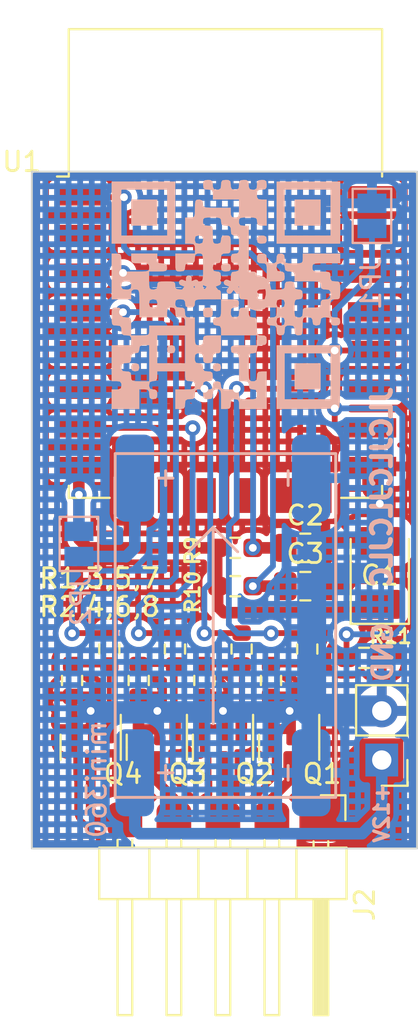
<source format=kicad_pcb>
(kicad_pcb (version 20211014) (generator pcbnew)
  (layers (0 "F.Cu" signal) (31 "B.Cu" signal) (34 "B.Paste" user) (35 "F.Paste" user) (36 "B.SilkS" user "B.Silkscreen") (37 "F.SilkS" user "F.Silkscreen") (38 "B.Mask" user) (39 "F.Mask" user) (44 "Edge.Cuts" user))
  (net 0 "")
  (net 1 "+3V3")
  (net 2 "GND")
  (net 3 "EN")
  (net 4 "RST")
  (net 5 "+12V")
  (net 6 "R_Out")
  (net 7 "G_Out")
  (net 8 "B_Out")
  (net 9 "W_Out")
  (net 10 "Net-(JP1-Pad1)")
  (net 11 "Net-(JP2-Pad2)")
  (net 12 "Net-(Q1-Pad1)")
  (net 13 "Net-(Q2-Pad1)")
  (net 14 "Net-(Q3-Pad1)")
  (net 15 "Net-(A1-Pad3)")
  (net 16 "R_In")
  (net 17 "G_In")
  (net 18 "B_In")
  (net 19 "W_In")
  (net 20 "Net-(R11-Pad1)")
  (net 33 "Net-(Q4-Pad1)")
  (footprint "Resistor_SMD:R_0603_1608Metric" (layer "F.Cu") (at 130.5052 83.82 90)
    (fp_text reference "R7" hide)
    (fp_text value "330")
    (pad "1" smd roundrect locked (at -0.825 0 90) (size 0.8 0.95) (layers "F.Cu" "F.Paste" "F.Mask") (net 33 "Net-(Q4-Pad1)"))
    (pad "2" smd roundrect locked (at 0.825 0 90) (size 0.8 0.95) (layers "F.Cu" "F.Paste" "F.Mask") (net 19 "W_In"))
  )
  (footprint "Resistor_SMD:R_0603_1608Metric_Pad0.98x0.95mm_HandSolder" (layer "F.Cu") (at 143.7132 84.2772)
    (fp_text reference "R11" hide)
    (fp_text value "10k")
    (pad "1" smd roundrect locked (at -0.9125 0) (size 0.975 0.95) (layers "F.Cu" "F.Paste" "F.Mask") (net 20 "Net-(R11-Pad1)"))
    (pad "2" smd roundrect locked (at 0.9125 0) (size 0.975 0.95) (layers "F.Cu" "F.Paste" "F.Mask") (net 2 "GND"))
  )
  (footprint "Capacitor_SMD:C_0805_2012Metric_Pad1.18x1.45mm_HandSolder" (layer "F.Cu") (at 140.6652 78.5876)
    (fp_text reference "C2" (at 0 -1.68) (layer "F.SilkS"))
    (fp_text value "100n")
    (pad "1" smd roundrect locked (at -1.0375 0) (size 1.175 1.45) (layers "F.Cu" "F.Paste" "F.Mask") (roundrect_rratio 0.212766) (net 3 "EN"))
    (pad "2" smd roundrect locked (at 1.0375 0) (size 1.175 1.45) (layers "F.Cu" "F.Paste" "F.Mask") (roundrect_rratio 0.212766) (net 2 "GND"))
  )
  (footprint "Package_TO_SOT_SMD:SOT-23" (layer "F.Cu") (at 139.827 88.9 -90)
    (fp_text reference "Q1" (at 1.3716 -1.7018) (layer "F.SilkS"))
    (fp_text value "AO3400A")
    (pad "1" smd roundrect locked (at -0.9375 -0.95 270) (size 1.475 0.6) (layers "F.Cu" "F.Paste" "F.Mask") (net 12 "Net-(Q1-Pad1)"))
    (pad "2" smd roundrect locked (at -0.9375 0.95 270) (size 1.475 0.6) (layers "F.Cu" "F.Paste" "F.Mask") (net 2 "GND"))
    (pad "3" smd roundrect locked (at 0.9375 0 270) (size 1.475 0.6) (layers "F.Cu" "F.Paste" "F.Mask") (net 6 "R_Out"))
  )
  (footprint "Package_TO_SOT_SMD:SOT-23" (layer "F.Cu") (at 136.398 88.9 -90)
    (fp_text reference "Q2" (at 1.3716 -1.6256) (layer "F.SilkS"))
    (fp_text value "AO3400A")
    (pad "1" smd roundrect locked (at -0.9375 -0.95 270) (size 1.475 0.6) (layers "F.Cu" "F.Paste" "F.Mask") (net 13 "Net-(Q2-Pad1)"))
    (pad "2" smd roundrect locked (at -0.9375 0.95 270) (size 1.475 0.6) (layers "F.Cu" "F.Paste" "F.Mask") (net 2 "GND"))
    (pad "3" smd roundrect locked (at 0.9375 0 270) (size 1.475 0.6) (layers "F.Cu" "F.Paste" "F.Mask") (net 7 "G_Out"))
  )
  (footprint "Connector_PinHeader_2.54mm:PinHeader_1x05_P2.54mm_Horizontal" (layer "F.Cu") (at 141.473 92.653 -90)
    (fp_text reference "J2" (at 4.385 -2.27 90) (layer "F.SilkS"))
    (fp_text value "RGBW")
    (pad "1" smd roundrect locked (at 0 0 270) (size 1.8 1.8) (layers "F.Cu" "F.Paste" "F.Mask") (net 5 "+12V"))
    (pad "2" smd roundrect locked (at 0 2.54 270) (size 1.8 1.8) (layers "F.Cu" "F.Paste" "F.Mask") (net 6 "R_Out"))
    (pad "3" smd roundrect locked (at 0 5.08 270) (size 1.8 1.8) (layers "F.Cu" "F.Paste" "F.Mask") (net 7 "G_Out"))
    (pad "4" smd roundrect locked (at 0 7.62 270) (size 1.8 1.8) (layers "F.Cu" "F.Paste" "F.Mask") (net 8 "B_Out"))
    (pad "5" smd roundrect locked (at 0 10.16 270) (size 1.8 1.8) (layers "F.Cu" "F.Paste" "F.Mask") (net 9 "W_Out"))
  )
  (footprint "Resistor_SMD:R_0603_1608Metric" (layer "F.Cu") (at 135.4328 85.4456 -90)
    (fp_text reference "R4" hide)
    (fp_text value "10k")
    (pad "1" smd roundrect locked (at -0.825 0 270) (size 0.8 0.95) (layers "F.Cu" "F.Paste" "F.Mask") (net 13 "Net-(Q2-Pad1)"))
    (pad "2" smd roundrect locked (at 0.825 0 270) (size 0.8 0.95) (layers "F.Cu" "F.Paste" "F.Mask") (net 2 "GND"))
  )
  (footprint "Resistor_SMD:R_0603_1608Metric_Pad0.98x0.95mm_HandSolder" (layer "F.Cu") (at 137.033 78.5876)
    (fp_text reference "R9" hide)
    (fp_text value "100k")
    (pad "1" smd roundrect locked (at -0.9125 0) (size 0.975 0.95) (layers "F.Cu" "F.Paste" "F.Mask") (net 1 "+3V3"))
    (pad "2" smd roundrect locked (at 0.9125 0) (size 0.975 0.95) (layers "F.Cu" "F.Paste" "F.Mask") (net 3 "EN"))
  )
  (footprint "Resistor_SMD:R_0603_1608Metric" (layer "F.Cu") (at 140.7668 83.82 90)
    (fp_text reference "R1" hide)
    (fp_text value "330")
    (pad "1" smd roundrect locked (at -0.825 0 90) (size 0.8 0.95) (layers "F.Cu" "F.Paste" "F.Mask") (net 12 "Net-(Q1-Pad1)"))
    (pad "2" smd roundrect locked (at 0.825 0 90) (size 0.8 0.95) (layers "F.Cu" "F.Paste" "F.Mask") (net 16 "R_In"))
  )
  (footprint "Capacitor_SMD:C_0805_2012Metric_Pad1.18x1.45mm_HandSolder" (layer "F.Cu") (at 140.6652 80.5688)
    (fp_text reference "C3" (at 0 -1.68) (layer "F.SilkS"))
    (fp_text value "100n")
    (pad "1" smd roundrect locked (at -1.0375 0) (size 1.175 1.45) (layers "F.Cu" "F.Paste" "F.Mask") (roundrect_rratio 0.212766) (net 4 "RST"))
    (pad "2" smd roundrect locked (at 1.0375 0) (size 1.175 1.45) (layers "F.Cu" "F.Paste" "F.Mask") (roundrect_rratio 0.212766) (net 2 "GND"))
  )
  (footprint "Resistor_SMD:R_0603_1608Metric" (layer "F.Cu") (at 128.5748 85.4456 -90)
    (fp_text reference "R8" hide)
    (fp_text value "10k")
    (pad "1" smd roundrect locked (at -0.825 0 270) (size 0.8 0.95) (layers "F.Cu" "F.Paste" "F.Mask") (net 33 "Net-(Q4-Pad1)"))
    (pad "2" smd roundrect locked (at 0.825 0 270) (size 0.8 0.95) (layers "F.Cu" "F.Paste" "F.Mask") (net 2 "GND"))
  )
  (footprint "Resistor_SMD:R_0603_1608Metric" (layer "F.Cu") (at 137.3632 83.82 90)
    (fp_text reference "R3" hide)
    (fp_text value "330")
    (pad "1" smd roundrect locked (at -0.825 0 90) (size 0.8 0.95) (layers "F.Cu" "F.Paste" "F.Mask") (net 13 "Net-(Q2-Pad1)"))
    (pad "2" smd roundrect locked (at 0.825 0 90) (size 0.8 0.95) (layers "F.Cu" "F.Paste" "F.Mask") (net 17 "G_In"))
  )
  (footprint "RF_Module:ESP-12E" (layer "F.Cu") (at 136.525 63.881)
    (fp_text reference "U1" (at -10.56 -5.26) (layer "F.SilkS"))
    (fp_text value "ESP-12F")
    (pad "1" smd rect locked (at -7.6 -3.5) (size 2.5 1) (layers "F.Cu" "F.Paste" "F.Mask") (net 4 "RST"))
    (pad "2" smd rect locked (at -7.6 -1.5) (size 2.5 1) (layers "F.Cu" "F.Paste" "F.Mask"))
    (pad "3" smd rect locked (at -7.6 0.5) (size 2.5 1) (layers "F.Cu" "F.Paste" "F.Mask") (net 3 "EN"))
    (pad "4" smd rect locked (at -7.6 2.5) (size 2.5 1) (layers "F.Cu" "F.Paste" "F.Mask") (net 19 "W_In"))
    (pad "5" smd rect locked (at -7.6 4.5) (size 2.5 1) (layers "F.Cu" "F.Paste" "F.Mask"))
    (pad "6" smd rect locked (at -7.6 6.5) (size 2.5 1) (layers "F.Cu" "F.Paste" "F.Mask") (net 17 "G_In"))
    (pad "7" smd rect locked (at -7.6 8.5) (size 2.5 1) (layers "F.Cu" "F.Paste" "F.Mask") (net 18 "B_In"))
    (pad "8" smd rect locked (at -7.6 10.5) (size 2.5 1) (layers "F.Cu" "F.Paste" "F.Mask") (net 1 "+3V3"))
    (pad "9" smd rect locked (at -5 12) (size 1 1.8) (layers "F.Cu" "F.Paste" "F.Mask"))
    (pad "10" smd rect locked (at -3 12) (size 1 1.8) (layers "F.Cu" "F.Paste" "F.Mask"))
    (pad "11" smd rect locked (at -1 12) (size 1 1.8) (layers "F.Cu" "F.Paste" "F.Mask"))
    (pad "12" smd rect locked (at 1 12) (size 1 1.8) (layers "F.Cu" "F.Paste" "F.Mask"))
    (pad "13" smd rect locked (at 3 12) (size 1 1.8) (layers "F.Cu" "F.Paste" "F.Mask"))
    (pad "14" smd rect locked (at 5 12) (size 1 1.8) (layers "F.Cu" "F.Paste" "F.Mask"))
    (pad "15" smd rect locked (at 7.6 10.5) (size 2.5 1) (layers "F.Cu" "F.Paste" "F.Mask") (net 2 "GND"))
    (pad "16" smd rect locked (at 7.6 8.5) (size 2.5 1) (layers "F.Cu" "F.Paste" "F.Mask") (net 20 "Net-(R11-Pad1)"))
    (pad "17" smd rect locked (at 7.6 6.5) (size 2.5 1) (layers "F.Cu" "F.Paste" "F.Mask"))
    (pad "18" smd rect locked (at 7.6 4.5) (size 2.5 1) (layers "F.Cu" "F.Paste" "F.Mask") (net 10 "Net-(JP1-Pad1)"))
    (pad "19" smd rect locked (at 7.6 2.5) (size 2.5 1) (layers "F.Cu" "F.Paste" "F.Mask"))
    (pad "20" smd rect locked (at 7.6 0.5) (size 2.5 1) (layers "F.Cu" "F.Paste" "F.Mask") (net 16 "R_In"))
    (pad "21" smd rect locked (at 7.6 -1.5) (size 2.5 1) (layers "F.Cu" "F.Paste" "F.Mask"))
    (pad "22" smd rect locked (at 7.6 -3.5) (size 2.5 1) (layers "F.Cu" "F.Paste" "F.Mask"))
  )
  (footprint "Resistor_SMD:R_0603_1608Metric_Pad0.98x0.95mm_HandSolder" (layer "F.Cu") (at 137.033 80.5688)
    (fp_text reference "R10" hide)
    (fp_text value "100k")
    (pad "1" smd roundrect locked (at -0.9125 0) (size 0.975 0.95) (layers "F.Cu" "F.Paste" "F.Mask") (net 1 "+3V3"))
    (pad "2" smd roundrect locked (at 0.9125 0) (size 0.975 0.95) (layers "F.Cu" "F.Paste" "F.Mask") (net 4 "RST"))
  )
  (footprint "Package_TO_SOT_SMD:SOT-23" (layer "F.Cu") (at 129.54 88.9 -90)
    (fp_text reference "Q4" (at 1.3716 -1.6764) (layer "F.SilkS"))
    (fp_text value "AO3400A")
    (pad "1" smd roundrect locked (at -0.9375 -0.95 270) (size 1.475 0.6) (layers "F.Cu" "F.Paste" "F.Mask") (net 33 "Net-(Q4-Pad1)"))
    (pad "2" smd roundrect locked (at -0.9375 0.95 270) (size 1.475 0.6) (layers "F.Cu" "F.Paste" "F.Mask") (net 2 "GND"))
    (pad "3" smd roundrect locked (at 0.9375 0 270) (size 1.475 0.6) (layers "F.Cu" "F.Paste" "F.Mask") (net 9 "W_Out"))
  )
  (footprint "Resistor_SMD:R_0603_1608Metric" (layer "F.Cu") (at 132.0292 85.4456 -90)
    (fp_text reference "R6" hide)
    (fp_text value "10k")
    (pad "1" smd roundrect locked (at -0.825 0 270) (size 0.8 0.95) (layers "F.Cu" "F.Paste" "F.Mask") (net 14 "Net-(Q3-Pad1)"))
    (pad "2" smd roundrect locked (at 0.825 0 270) (size 0.8 0.95) (layers "F.Cu" "F.Paste" "F.Mask") (net 2 "GND"))
  )
  (footprint "Capacitor_Tantalum_SMD:CP_EIA-3528-12_Kemet-T_Pad1.50x2.35mm_HandSolder" (layer "F.Cu") (at 144.526 79.883 90)
    (fp_text reference "C1" (at -0.127 0) (layer "F.SilkS"))
    (fp_text value "47µ" hide)
    (pad "1" smd roundrect locked (at -1.625 0 90) (size 1.5 2.35) (layers "F.Cu" "F.Paste" "F.Mask") (roundrect_rratio 0.1666673333) (net 1 "+3V3"))
    (pad "2" smd roundrect locked (at 1.625 0 90) (size 1.5 2.35) (layers "F.Cu" "F.Paste" "F.Mask") (roundrect_rratio 0.1666673333) (net 2 "GND"))
  )
  (footprint "Resistor_SMD:R_0603_1608Metric" (layer "F.Cu") (at 138.8872 85.4456 -90)
    (fp_text reference "R2" hide)
    (fp_text value "10k")
    (pad "1" smd roundrect locked (at -0.825 0 270) (size 0.8 0.95) (layers "F.Cu" "F.Paste" "F.Mask") (net 12 "Net-(Q1-Pad1)"))
    (pad "2" smd roundrect locked (at 0.825 0 270) (size 0.8 0.95) (layers "F.Cu" "F.Paste" "F.Mask") (net 2 "GND"))
  )
  (footprint "Package_TO_SOT_SMD:SOT-23" (layer "F.Cu") (at 132.969 88.9 -90)
    (fp_text reference "Q3" (at 1.3716 -1.6002) (layer "F.SilkS"))
    (fp_text value "AO3400A")
    (pad "1" smd roundrect locked (at -0.9375 -0.95 270) (size 1.475 0.6) (layers "F.Cu" "F.Paste" "F.Mask") (net 14 "Net-(Q3-Pad1)"))
    (pad "2" smd roundrect locked (at -0.9375 0.95 270) (size 1.475 0.6) (layers "F.Cu" "F.Paste" "F.Mask") (net 2 "GND"))
    (pad "3" smd roundrect locked (at 0.9375 0 270) (size 1.475 0.6) (layers "F.Cu" "F.Paste" "F.Mask") (net 8 "B_Out"))
  )
  (footprint "Connector_PinHeader_2.54mm:PinHeader_1x02_P2.54mm_Vertical" (layer "F.Cu") (at 144.6276 89.5604 180)
    (fp_text reference "J1" hide)
    (fp_text value "Power" hide)
    (pad "1" thru_hole rect locked (at 0 0 180) (size 1.7 1.7) (drill 1) (layers *.Cu *.Mask) (net 5 "+12V"))
    (pad "2" thru_hole oval locked (at 0 2.54 180) (size 1.7 1.7) (drill 1) (layers *.Cu *.Mask) (net 2 "GND"))
  )
  (footprint "Resistor_SMD:R_0603_1608Metric" (layer "F.Cu") (at 133.9088 83.82 90)
    (fp_text reference "R5" hide)
    (fp_text value "330")
    (pad "1" smd roundrect locked (at -0.825 0 90) (size 0.8 0.95) (layers "F.Cu" "F.Paste" "F.Mask") (net 14 "Net-(Q3-Pad1)"))
    (pad "2" smd roundrect locked (at 0.825 0 90) (size 0.8 0.95) (layers "F.Cu" "F.Paste" "F.Mask") (net 18 "B_In"))
  )
  (footprint "QR-Code:QR-Code" (layer "B.Cu") (at 136.5504 65.4812 180)
    (fp_text reference "G***" (at 0 0) (layer "B.SilkS") (effects (font (size 1.524 1.524) (thickness 0.3)) (justify mirror)))
    (fp_text value "LOGO" hide)
  )
  (footprint "mini360:Mini360_Module" (layer "B.Cu") (at 140.97 90.2208 90)
    (fp_text reference "mini360" (at -0.3556 -11.1252 90) (layer "B.SilkS") (effects (justify mirror)))
    (fp_text value "Mini360_Module")
    (fp_text user "-" (at 15.24 -1.27 90) (layer "B.SilkS") (effects (justify mirror)))
    (fp_text user "+" (at 15.24 -7.62 90) (layer "B.SilkS") (effects (justify mirror)))
    (fp_text user "+" (at 0 -7.62 90) (layer "B.SilkS") (effects (justify mirror)))
    (fp_text user "-" (at 0 -1.27 90) (layer "B.SilkS") (effects (justify mirror)))
    (pad "1" smd roundrect locked (at 0 -9.144 90) (size 4.5 2) (layers "B.Cu" "B.Paste" "B.Mask") (net 5 "+12V"))
    (pad "2" smd roundrect locked (at 0 0 90) (size 4.5 2) (layers "B.Cu" "B.Paste" "B.Mask") (net 2 "GND"))
    (pad "3" smd roundrect locked (at 15.24 -9.144 90) (size 4.5 2) (layers "B.Cu" "B.Paste" "B.Mask") (net 11 "Net-(JP2-Pad2)"))
    (pad "4" smd roundrect locked (at 15.24 0 90) (size 4.5 2) (layers "B.Cu" "B.Paste" "B.Mask") (net 2 "GND"))
  )
  (footprint "Jumper:SolderJumper-2_P1.3mm_Open_Pad1.0x1.5mm" (layer "B.Cu") (at 128.9304 78.3844 -90)
    (fp_text reference "JP2" (at 2.8956 -0.1016 90) (layer "B.SilkS") (effects (justify mirror)))
    (fp_text value "3V3")
    (pad "1" smd rect locked (at -0.65 0 270) (size 1 1.5) (layers "B.Cu" "B.Mask") (net 1 "+3V3"))
    (pad "2" smd rect locked (at 0.65 0 270) (size 1 1.5) (layers "B.Cu" "B.Mask") (net 15 "Net-(A1-Pad3)"))
  )
  (footprint "Jumper:SolderJumper-2_P1.3mm_Open_Pad1.0x1.5mm" (layer "B.Cu") (at 144.1196 61.4172 90)
    (fp_text reference "JP1" (at -3.5052 -0.0508 90) (layer "B.SilkS") (effects (justify mirror)))
    (fp_text value "Prog")
    (pad "1" smd rect locked (at -0.65 0 90) (size 1 1.5) (layers "B.Cu" "B.Mask") (net 10 "Net-(JP1-Pad1)"))
    (pad "2" smd rect locked (at 0.65 0 90) (size 1 1.5) (layers "B.Cu" "B.Mask") (net 2 "GND"))
  )
  (gr_rect (start 126.492 94.1324) (end 146.4564 59.1312) (layer "Edge.Cuts") (width 0.1) (fill none))
  (gr_text "+12V" (at 144.6276 92.3036 90) (layer "B.SilkS") (effects (font (size 0.75 0.75) (thickness 0.175)) (justify mirror)))
  (gr_text "JLCJLCJLCJLC" (at 144.6276 75.438 90) (layer "B.SilkS") (effects (font (size 1 1) (thickness 0.25)) (justify mirror)))
  (gr_text "GND" (at 144.6784 83.9724 90) (layer "B.SilkS") (effects (font (size 1 1) (thickness 0.2)) (justify mirror)))
  (gr_text "R1,3,5,7" (at 129.9972 80.1624) (layer "F.SilkS") (effects (font (size 1 1))))
  (gr_text "R11" (at 145.0848 83.1596) (layer "F.SilkS") (effects (font (size 0.75 0.75))))
  (gr_text "R9" (at 134.8232 78.74 90) (layer "F.SilkS") (effects (font (size 0.75 0.75))))
  (gr_text "R2,4,6,8" (at 129.9972 81.6356) (layer "F.SilkS") (effects (font (size 1 1))))
  (gr_text "R10" (at 134.8232 80.8736 90) (layer "F.SilkS") (effects (font (size 0.75 0.75))))
  (segment (start 142.7988 81.6356) (end 144.3984 81.6356) (width 0.6) (layer "F.Cu") (net 1))
  (segment (start 128.9304 78.1304) (end 129.3876 78.5876) (width 0.6) (layer "F.Cu") (net 1))
  (segment (start 136.1205 80.899) (end 136.1205 81.6121) (width 0.6) (layer "F.Cu") (net 1))
  (segment (start 128.9304 75.8444) (end 128.9304 78.1304) (width 0.6) (layer "F.Cu") (net 1))
  (segment (start 128.925 74.381) (end 128.925 75.839) (width 0.6) (layer "F.Cu") (net 1))
  (segment (start 128.925 75.839) (end 128.9304 75.8444) (width 0.6) (layer "F.Cu") (net 1))
  (segment (start 144.5012 81.4832) (end 144.526 81.508) (width 0.6) (layer "F.Cu") (net 1))
  (segment (start 129.3876 78.5876) (end 136.1205 78.5876) (width 0.6) (layer "F.Cu") (net 1))
  (segment (start 144.3984 81.6356) (end 144.526 81.508) (width 0.6) (layer "F.Cu") (net 1))
  (segment (start 136.4488 81.9404) (end 142.494 81.9404) (width 0.6) (layer "F.Cu") (net 1))
  (segment (start 136.1205 81.6121) (end 136.4488 81.9404) (width 0.6) (layer "F.Cu") (net 1))
  (segment (start 142.494 81.9404) (end 142.7988 81.6356) (width 0.6) (layer "F.Cu") (net 1))
  (segment (start 136.1205 78.867) (end 136.1205 80.899) (width 0.5) (layer "F.Cu") (net 1))
  (via (at 128.9304 75.8444) (size 0.8) (drill 0.4) (layers "F.Cu" "B.Cu") (net 1))
  (segment (start 128.9304 77.7344) (end 128.9304 75.8444) (width 0.6) (layer "B.Cu") (net 1))
  (segment (start 139.8524 87.0204) (end 139.8524 87.7824) (width 0.5) (layer "F.Cu") (net 2))
  (segment (start 136.398 86.9696) (end 136.398 87.8332) (width 0.5) (layer "F.Cu") (net 2))
  (segment (start 135.4711 87.9856) (end 135.448 87.9625) (width 0.5) (layer "F.Cu") (net 2))
  (segment (start 141.7027 80.5688) (end 141.7027 78.5876) (width 0.6) (layer "F.Cu") (net 2))
  (segment (start 135.448 86.2858) (end 135.4328 86.2706) (width 0.25) (layer "F.Cu") (net 2))
  (segment (start 128.59 87.9625) (end 128.59 86.2858) (width 0.25) (layer "F.Cu") (net 2))
  (segment (start 144.5 78.232) (end 144.526 78.258) (width 0.5) (layer "F.Cu") (net 2))
  (segment (start 136.398 87.8332) (end 136.2456 87.9856) (width 0.5) (layer "F.Cu") (net 2))
  (segment (start 132.019 87.9625) (end 132.019 86.2808) (width 0.25) (layer "F.Cu") (net 2))
  (segment (start 132.7912 87.9856) (end 132.0421 87.9856) (width 0.5) (layer "F.Cu") (net 2))
  (segment (start 138.877 86.2808) (end 138.8872 86.2706) (width 0.25) (layer "F.Cu") (net 2))
  (segment (start 135.448 87.9625) (end 135.448 86.2858) (width 0.25) (layer "F.Cu") (net 2))
  (segment (start 144.6276 84.2791) (end 144.6257 84.2772) (width 0.3) (layer "F.Cu") (net 2))
  (segment (start 132.019 86.2808) (end 132.0292 86.2706) (width 0.25) (layer "F.Cu") (net 2))
  (segment (start 144.526 76.3016) (end 144.526 75.946) (width 1) (layer "F.Cu") (net 2))
  (segment (start 138.877 87.9625) (end 138.877 86.2808) (width 0.25) (layer "F.Cu") (net 2))
  (segment (start 129.54 87.7824) (end 129.3368 87.9856) (width 0.5) (layer "F.Cu") (net 2))
  (segment (start 142.0323 78.258) (end 141.7027 78.5876) (width 0.6) (layer "F.Cu") (net 2))
  (segment (start 132.9944 86.9696) (end 132.9944 87.7824) (width 0.5) (layer "F.Cu") (net 2))
  (segment (start 136.2456 87.9856) (end 135.4711 87.9856) (width 0.5) (layer "F.Cu") (net 2))
  (segment (start 129.54 86.9696) (end 129.54 87.7824) (width 0.5) (layer "F.Cu") (net 2))
  (segment (start 132.9944 87.7824) (end 132.7912 87.9856) (width 0.5) (layer "F.Cu") (net 2))
  (segment (start 144.526 78.258) (end 142.0323 78.258) (width 0.6) (layer "F.Cu") (net 2))
  (segment (start 144.1196 75.5396) (end 144.1196 74.3864) (width 1) (layer "F.Cu") (net 2))
  (segment (start 144.6276 87.0204) (end 144.6276 84.2791) (width 0.3) (layer "F.Cu") (net 2))
  (segment (start 144.1196 74.3864) (end 144.125 74.381) (width 1) (layer "F.Cu") (net 2))
  (segment (start 129.3368 87.9856) (end 128.6131 87.9856) (width 0.5) (layer "F.Cu") (net 2))
  (segment (start 128.59 86.2858) (end 128.5748 86.2706) (width 0.25) (layer "F.Cu") (net 2))
  (segment (start 128.6131 87.9856) (end 128.59 87.9625) (width 0.5) (layer "F.Cu") (net 2))
  (segment (start 144.526 76.3016) (end 144.526 78.258) (width 1) (layer "F.Cu") (net 2))
  (segment (start 139.8524 87.7824) (end 139.6723 87.9625) (width 0.5) (layer "F.Cu") (net 2))
  (segment (start 132.0421 87.9856) (end 132.019 87.9625) (width 0.5) (layer "F.Cu") (net 2))
  (segment (start 139.6723 87.9625) (end 138.877 87.9625) (width 0.5) (layer "F.Cu") (net 2))
  (segment (start 144.526 75.946) (end 144.1196 75.5396) (width 1) (layer "F.Cu") (net 2))
  (via (at 144.526 76.3016) (size 0.8) (drill 0.4) (layers "F.Cu" "B.Cu") (net 2))
  (via (at 132.9944 87.0204) (size 0.8) (drill 0.4) (layers "F.Cu" "B.Cu") (net 2))
  (via (at 129.54 87.0204) (size 0.8) (drill 0.4) (layers "F.Cu" "B.Cu") (net 2))
  (via (at 139.8524 87.0204) (size 0.8) (drill 0.4) (layers "F.Cu" "B.Cu") (net 2))
  (via (at 136.398 87.0204) (size 0.8) (drill 0.4) (layers "F.Cu" "B.Cu") (net 2))
  (segment (start 141.0716 79.8576) (end 140.97 79.756) (width 1) (layer "B.Cu") (net 2))
  (segment (start 144.526 79.4004) (end 144.0688 79.8576) (width 1) (layer "B.Cu") (net 2))
  (segment (start 141.4168 60.7672) (end 140.97 61.214) (width 0.3) (layer "B.Cu") (net 2))
  (segment (start 144.0688 79.8576) (end 141.0716 79.8576) (width 1) (layer "B.Cu") (net 2))
  (segment (start 140.97 87.0712) (end 140.9192 87.0204) (width 1) (layer "B.Cu") (net 2))
  (segment (start 144.526 76.3016) (end 144.526 79.4004) (width 1) (layer "B.Cu") (net 2))
  (segment (start 140.97 90.2208) (end 140.97 87.0712) (width 1) (layer "B.Cu") (net 2))
  (segment (start 144.6276 87.0204) (end 140.9192 87.0204) (width 1.6) (layer "B.Cu") (net 2))
  (segment (start 140.9192 87.0204) (end 139.8524 87.0204) (width 1) (layer "B.Cu") (net 2))
  (segment (start 140.97 61.214) (end 140.97 74.9808) (width 0.3) (layer "B.Cu") (net 2))
  (segment (start 132.9944 87.0204) (end 129.54 87.0204) (width 1) (layer "B.Cu") (net 2))
  (segment (start 136.398 87.0204) (end 132.9944 87.0204) (width 1) (layer "B.Cu") (net 2))
  (segment (start 140.97 74.9808) (end 140.97 79.756) (width 1) (layer "B.Cu") (net 2))
  (segment (start 139.8524 87.0204) (end 136.398 87.0204) (width 1) (layer "B.Cu") (net 2))
  (segment (start 144.1196 60.7672) (end 141.4168 60.7672) (width 0.3) (layer "B.Cu") (net 2))
  (segment (start 140.97 79.756) (end 140.97 87.0712) (width 1) (layer "B.Cu") (net 2))
  (segment (start 131.2164 64.3636) (end 128.9424 64.3636) (width 0.3) (layer "F.Cu") (net 3))
  (segment (start 137.9455 78.5876) (end 139.6277 78.5876) (width 0.6) (layer "F.Cu") (net 3))
  (segment (start 128.9424 64.3636) (end 128.925 64.381) (width 0.3) (layer "F.Cu") (net 3))
  (via (at 131.2164 64.3636) (size 0.8) (drill 0.4) (layers "F.Cu" "B.Cu") (net 3))
  (via (at 137.9455 78.5876) (size 0.8) (drill 0.4) (layers "F.Cu" "B.Cu") (net 3))
  (segment (start 137.958711 78.574389) (end 137.958711 64.755911) (width 0.3) (layer "B.Cu") (net 3))
  (segment (start 137.958711 64.755911) (end 137.5664 64.3636) (width 0.3) (layer "B.Cu") (net 3))
  (segment (start 137.9455 78.5876) (end 137.958711 78.574389) (width 0.3) (layer "B.Cu") (net 3))
  (segment (start 137.5664 64.3636) (end 131.2164 64.3636) (width 0.3) (layer "B.Cu") (net 3))
  (segment (start 137.9455 80.5688) (end 137.9455 80.8463) (width 0.3) (layer "F.Cu") (net 4))
  (segment (start 137.9455 80.5688) (end 139.6277 80.5688) (width 0.6) (layer "F.Cu") (net 4))
  (segment (start 131.2672 60.452) (end 128.996 60.452) (width 0.3) (layer "F.Cu") (net 4))
  (segment (start 128.996 60.452) (end 128.925 60.381) (width 0.3) (layer "F.Cu") (net 4))
  (via (at 137.9455 80.5688) (size 0.8) (drill 0.4) (layers "F.Cu" "B.Cu") (net 4))
  (via (at 131.2672 60.452) (size 0.8) (drill 0.4) (layers "F.Cu" "B.Cu") (net 4))
  (segment (start 131.2672 63.0428) (end 131.2672 60.452) (width 0.3) (layer "B.Cu") (net 4))
  (segment (start 137.9455 80.5688) (end 138.9888 79.5255) (width 0.3) (layer "B.Cu") (net 4))
  (segment (start 137.8204 63.3476) (end 131.572 63.3476) (width 0.3) (layer "B.Cu") (net 4))
  (segment (start 138.9888 79.5255) (end 138.9888 64.516) (width 0.3) (layer "B.Cu") (net 4))
  (segment (start 131.572 63.3476) (end 131.2672 63.0428) (width 0.3) (layer "B.Cu") (net 4))
  (segment (start 138.9888 64.516) (end 137.8204 63.3476) (width 0.3) (layer "B.Cu") (net 4))
  (segment (start 144.6276 92.3544) (end 143.6116 93.3704) (width 0.6) (layer "B.Cu") (net 5))
  (segment (start 132.08 93.3704) (end 131.826 93.1164) (width 0.6) (layer "B.Cu") (net 5))
  (segment (start 144.6276 89.5604) (end 144.6276 92.3544) (width 0.6) (layer "B.Cu") (net 5))
  (segment (start 143.6116 93.3704) (end 132.08 93.3704) (width 0.6) (layer "B.Cu") (net 5))
  (segment (start 131.826 93.1164) (end 131.826 90.2208) (width 0.6) (layer "B.Cu") (net 5))
  (segment (start 139.827 90.6526) (end 138.933 91.5466) (width 0.5) (layer "F.Cu") (net 6))
  (segment (start 139.827 89.8375) (end 139.827 90.6526) (width 0.5) (layer "F.Cu") (net 6))
  (segment (start 138.933 91.5466) (end 138.933 92.653) (width 0.5) (layer "F.Cu") (net 6))
  (segment (start 136.393 89.8425) (end 136.393 92.653) (width 0.5) (layer "F.Cu") (net 7))
  (segment (start 136.398 89.8375) (end 136.393 89.8425) (width 0.25) (layer "F.Cu") (net 7))
  (segment (start 132.969 90.6526) (end 133.858 91.5416) (width 0.5) (layer "F.Cu") (net 8))
  (segment (start 132.969 89.8375) (end 132.969 90.6526) (width 0.5) (layer "F.Cu") (net 8))
  (segment (start 133.858 92.648) (end 133.853 92.653) (width 0.5) (layer "F.Cu") (net 8))
  (segment (start 133.858 91.5416) (end 133.858 92.648) (width 0.5) (layer "F.Cu") (net 8))
  (segment (start 129.54 92.202) (end 129.9972 92.6592) (width 0.5) (layer "F.Cu") (net 9))
  (segment (start 129.9972 92.6592) (end 130.0034 92.653) (width 0.25) (layer "F.Cu") (net 9))
  (segment (start 129.54 89.8375) (end 129.54 92.202) (width 0.5) (layer "F.Cu") (net 9))
  (segment (start 130.0034 92.653) (end 131.313 92.653) (width 0.5) (layer "F.Cu") (net 9))
  (segment (start 144.125 68.381) (end 142.1934 68.381) (width 0.3) (layer "F.Cu") (net 10))
  (segment (start 142.1934 68.381) (end 142.1892 68.3768) (width 0.3) (layer "F.Cu") (net 10))
  (via (at 142.1892 68.3768) (size 0.8) (drill 0.4) (layers "F.Cu" "B.Cu") (net 10))
  (segment (start 144.1196 62.0672) (end 144.1196 64.4144) (width 0.3) (layer "B.Cu") (net 10))
  (segment (start 144.1196 64.4144) (end 142.1892 66.3448) (width 0.3) (layer "B.Cu") (net 10))
  (segment (start 142.1892 66.3448) (end 142.1892 68.3768) (width 0.3) (layer "B.Cu") (net 10))
  (segment (start 131.826 78.5876) (end 131.3688 79.0448) (width 0.6) (layer "B.Cu") (net 11))
  (segment (start 131.826 74.9808) (end 131.826 78.5876) (width 0.6) (layer "B.Cu") (net 11))
  (segment (start 131.3584 79.0344) (end 128.9304 79.0344) (width 0.6) (layer "B.Cu") (net 11))
  (segment (start 131.3688 79.0448) (end 131.3584 79.0344) (width 0.6) (layer "B.Cu") (net 11))
  (segment (start 140.777 84.6552) (end 140.7668 84.645) (width 0.25) (layer "F.Cu") (net 12))
  (segment (start 140.777 87.9625) (end 140.777 84.6552) (width 0.3) (layer "F.Cu") (net 12))
  (segment (start 138.9116 84.645) (end 138.8872 84.6206) (width 0.25) (layer "F.Cu") (net 12))
  (segment (start 140.7668 84.645) (end 138.9116 84.645) (width 0.25) (layer "F.Cu") (net 12))
  (segment (start 137.348 87.9625) (end 137.348 84.6602) (width 0.25) (layer "F.Cu") (net 13))
  (segment (start 137.3632 84.645) (end 135.4572 84.645) (width 0.25) (layer "F.Cu") (net 13))
  (segment (start 137.348 84.6602) (end 137.3632 84.645) (width 0.25) (layer "F.Cu") (net 13))
  (segment (start 135.4572 84.645) (end 135.4328 84.6206) (width 0.25) (layer "F.Cu") (net 13))
  (segment (start 133.919 87.9625) (end 133.919 84.6552) (width 0.25) (layer "F.Cu") (net 14))
  (segment (start 133.8844 84.6206) (end 133.9088 84.645) (width 0.25) (layer "F.Cu") (net 14))
  (segment (start 133.919 84.6552) (end 133.9088 84.645) (width 0.25) (layer "F.Cu") (net 14))
  (segment (start 132.0292 84.6206) (end 133.8844 84.6206) (width 0.25) (layer "F.Cu") (net 14))
  (segment (start 141.5622 64.381) (end 141.1732 64.77) (width 0.3) (layer "F.Cu") (net 16))
  (segment (start 141.1732 70.0532) (end 140.8684 70.358) (width 0.3) (layer "F.Cu") (net 16))
  (segment (start 140.8684 70.358) (end 137.2616 70.358) (width 0.3) (layer "F.Cu") (net 16))
  (segment (start 144.125 64.381) (end 141.5622 64.381) (width 0.3) (layer "F.Cu") (net 16))
  (segment (start 140.7668 82.995) (end 138.8994 82.995) (width 0.3) (layer "F.Cu") (net 16))
  (segment (start 138.8994 82.995) (end 138.8872 83.0072) (width 0.3) (layer "F.Cu") (net 16))
  (segment (start 141.1732 64.77) (end 141.1732 70.0532) (width 0.3) (layer "F.Cu") (net 16))
  (via (at 138.8872 83.0072) (size 0.8) (drill 0.4) (layers "F.Cu" "B.Cu") (net 16))
  (via (at 137.1092 70.358) (size 0.8) (drill 0.4) (layers "F.Cu" "B.Cu") (net 16))
  (segment (start 136.7028 77.4192) (end 136.7028 82.55) (width 0.3) (layer "B.Cu") (net 16))
  (segment (start 137.1092 77.0128) (end 136.7028 77.4192) (width 0.3) (layer "B.Cu") (net 16))
  (segment (start 138.8872 83.0072) (end 137.16 83.0072) (width 0.3) (layer "B.Cu") (net 16))
  (segment (start 137.16 83.0072) (end 136.7028 82.55) (width 0.3) (layer "B.Cu") (net 16))
  (segment (start 137.1092 70.358) (end 137.1092 77.0128) (width 0.3) (layer "B.Cu") (net 16))
  (segment (start 135.445 82.995) (end 135.4328 83.0072) (width 0.3) (layer "F.Cu") (net 17))
  (segment (start 137.3632 82.995) (end 135.445 82.995) (width 0.3) (layer "F.Cu") (net 17))
  (segment (start 135.4328 70.358) (end 135.4098 70.381) (width 0.3) (layer "F.Cu") (net 17))
  (segment (start 135.4098 70.381) (end 128.925 70.381) (width 0.3) (layer "F.Cu") (net 17))
  (via (at 135.4328 70.358) (size 0.8) (drill 0.4) (layers "F.Cu" "B.Cu") (net 17))
  (via (at 135.4328 83.0072) (size 0.8) (drill 0.4) (layers "F.Cu" "B.Cu") (net 17))
  (segment (start 135.7376 70.6628) (end 135.4328 70.358) (width 0.3) (layer "B.Cu") (net 17))
  (segment (start 135.7376 80.4164) (end 135.7376 70.6628) (width 0.3) (layer "B.Cu") (net 17))
  (segment (start 135.4328 80.7212) (end 135.7376 80.4164) (width 0.3) (layer "B.Cu") (net 17))
  (segment (start 135.4328 83.0072) (end 135.4328 80.7212) (width 0.3) (layer "B.Cu") (net 17))
  (segment (start 133.9088 82.995) (end 132.0414 82.995) (width 0.3) (layer "F.Cu") (net 18))
  (segment (start 132.0414 82.995) (end 132.0292 83.0072) (width 0.3) (layer "F.Cu") (net 18))
  (segment (start 134.8232 72.39) (end 134.8142 72.381) (width 0.3) (layer "F.Cu") (net 18))
  (segment (start 134.8142 72.381) (end 128.925 72.381) (width 0.3) (layer "F.Cu") (net 18))
  (via (at 132.0292 83.0072) (size 0.8) (drill 0.4) (layers "F.Cu" "B.Cu") (net 18))
  (via (at 134.8232 72.39) (size 0.8) (drill 0.4) (layers "F.Cu" "B.Cu") (net 18))
  (segment (start 132.0292 83.0072) (end 132.0292 81.6356) (width 0.3) (layer "B.Cu") (net 18))
  (segment (start 132.0292 81.6356) (end 132.6388 81.026) (width 0.3) (layer "B.Cu") (net 18))
  (segment (start 132.6388 81.026) (end 134.0104 81.026) (width 0.3) (layer "B.Cu") (net 18))
  (segment (start 134.8232 80.2132) (end 134.8232 72.39) (width 0.3) (layer "B.Cu") (net 18))
  (segment (start 134.0104 81.026) (end 134.8232 80.2132) (width 0.3) (layer "B.Cu") (net 18))
  (segment (start 128.587 82.995) (end 128.5748 83.0072) (width 0.3) (layer "F.Cu") (net 19))
  (segment (start 131.2164 66.3956) (end 128.9396 66.3956) (width 0.3) (layer "F.Cu") (net 19))
  (segment (start 128.9396 66.3956) (end 128.925 66.381) (width 0.3) (layer "F.Cu") (net 19))
  (segment (start 130.5052 82.995) (end 128.587 82.995) (width 0.3) (layer "F.Cu") (net 19))
  (via (at 128.5748 83.0072) (size 0.8) (drill 0.4) (layers "F.Cu" "B.Cu") (net 19))
  (via (at 131.2164 66.3956) (size 0.8) (drill 0.4) (layers "F.Cu" "B.Cu") (net 19))
  (segment (start 133.5024 66.3956) (end 131.2164 66.3956) (width 0.3) (layer "B.Cu") (net 19))
  (segment (start 129.3368 80.3656) (end 133.6548 80.3656) (width 0.3) (layer "B.Cu") (net 19))
  (segment (start 128.5748 83.0072) (end 128.5748 81.1276) (width 0.3) (layer "B.Cu") (net 19))
  (segment (start 133.6548 80.3656) (end 133.9596 80.0608) (width 0.3) (layer "B.Cu") (net 19))
  (segment (start 133.9596 66.8528) (end 133.5024 66.3956) (width 0.3) (layer "B.Cu") (net 19))
  (segment (start 128.5748 81.1276) (end 129.3368 80.3656) (width 0.3) (layer "B.Cu") (net 19))
  (segment (start 133.9596 80.0608) (end 133.9596 66.8528) (width 0.3) (layer "B.Cu") (net 19))
  (segment (start 144.125 72.381) (end 142.3834 72.381) (width 0.3) (layer "F.Cu") (net 20))
  (segment (start 142.1892 72.1868) (end 142.1892 71.374) (width 0.3) (layer "F.Cu") (net 20))
  (segment (start 142.3834 72.381) (end 142.1892 72.1868) (width 0.3) (layer "F.Cu") (net 20))
  (segment (start 142.8007 83.0599) (end 142.7988 83.058) (width 0.3) (layer "F.Cu") (net 20))
  (segment (start 142.8007 84.2772) (end 142.8007 83.0599) (width 0.3) (layer "F.Cu") (net 20))
  (via (at 142.7988 83.058) (size 0.8) (drill 0.4) (layers "F.Cu" "B.Cu") (net 20))
  (via (at 142.1892 71.374) (size 0.8) (drill 0.4) (layers "F.Cu" "B.Cu") (net 20))
  (segment (start 145.288 83.058) (end 145.6944 82.6516) (width 0.3) (layer "B.Cu") (net 20))
  (segment (start 142.7988 83.058) (end 145.288 83.058) (width 0.3) (layer "B.Cu") (net 20))
  (segment (start 145.6944 82.6516) (end 145.6944 71.7296) (width 0.3) (layer "B.Cu") (net 20))
  (segment (start 145.6944 71.7296) (end 145.3388 71.374) (width 0.3) (layer "B.Cu") (net 20))
  (segment (start 142.1892 71.374) (end 145.3388 71.374) (width 0.3) (layer "B.Cu") (net 20))
  (segment (start 130.5052 84.645) (end 128.5992 84.645) (width 0.25) (layer "F.Cu") (net 33))
  (segment (start 130.5052 84.645) (end 130.5052 87.9473) (width 0.25) (layer "F.Cu") (net 33))
  (segment (start 130.5052 87.9473) (end 130.49 87.9625) (width 0.25) (layer "F.Cu") (net 33))
  (segment (start 128.5992 84.645) (end 128.5748 84.6206) (width 0.25) (layer "F.Cu") (net 33))
  (segment (start 130.49 84.706) (end 130.429 84.645) (width 0.25) (layer "F.Cu") (net 33))
  (zone (net 2) (net_name "GND") (layers F&B.Cu) (connect_pads (clearance 0)) (min_thickness 0.254) (fill yes (mode hatch) (thermal_gap 0.508) (thermal_bridge_width 0.508) (hatch_thickness 0.3) (hatch_gap 0.3) (hatch_orientation 0) (hatch_border_algorithm hatch_thickness) (hatch_min_hole_area 0.3))
    (polygon (pts (xy 146.4564 94.1324) (xy 126.492 94.1324) (xy 126.492 59.182) (xy 146.4564 59.182)))
  )
  (zone (net 0) (net_name "") (layer "F.Cu") (connect_pads (clearance 0)) (min_thickness 0.254)
    (keepout (tracks not_allowed) (vias not_allowed) (pads not_allowed) (copperpour not_allowed) (footprints allowed))
    (fill (mode hatch) (thermal_gap 0.508) (thermal_bridge_width 0.508) (hatch_thickness 0.3) (hatch_gap 0.3) (hatch_orientation 0) (hatch_border_algorithm hatch_thickness) (hatch_min_hole_area 0.3))
    (polygon (pts (xy 140.208 94.1832) (xy 130.0988 94.1324) (xy 130.0988 91.7448) (xy 140.208 91.7448)))
  )
  (zone (net 5) (net_name "+12V") (layer "F.Cu") (connect_pads yes (clearance 0)) (min_thickness 0.254) (fill yes (thermal_gap 0.508) (thermal_bridge_width 0.508))
    (polygon (pts (xy 145.7452 93.7768) (xy 140.3604 93.7768) (xy 140.3604 91.5924) (xy 143.5608 88.4428) (xy 145.7452 88.4428)))
  )
)
</source>
